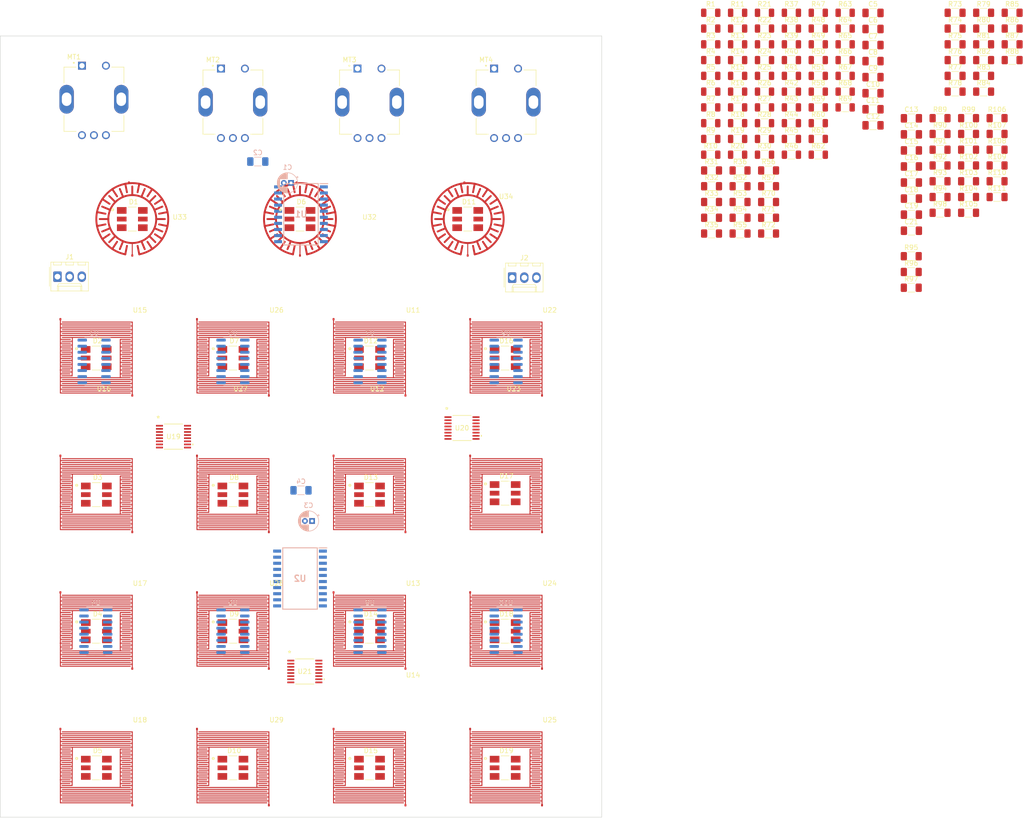
<source format=kicad_pcb>
(kicad_pcb (version 20221018) (generator pcbnew)
  (layers (0 "F.Cu" signal) (31 "B.Cu" signal) (34 "B.Paste" user) (35 "F.Paste" user) (36 "B.SilkS" user "B.Silkscreen") (37 "F.SilkS" user "F.Silkscreen") (38 "B.Mask" user) (39 "F.Mask" user) (44 "Edge.Cuts" user))
  (net 0 "")
  (net 1 "+5V")
  (net 2 "GND")
  (net 3 "VCC")
  (net 4 "EB1")
  (net 5 "/Encoder/ENCB3")
  (net 6 "EA1")
  (net 7 "/Encoder/ENCA3")
  (net 8 "EB2")
  (net 9 "/Encoder/ENCB4")
  (net 10 "EA2")
  (net 11 "/Encoder/ENCA4")
  (net 12 "Net-(U3-DARIN2)")
  (net 13 "Net-(U3-DRAIN1)")
  (net 14 "Net-(U3-DRAIN0)")
  (net 15 "Net-(D1-Pad4)")
  (net 16 "Net-(D1-Pad5)")
  (net 17 "Net-(D1-Pad6)")
  (net 18 "Net-(U3-DARIN5)")
  (net 19 "Net-(U3-DRAIN4)")
  (net 20 "Net-(U3-DRAIN3)")
  (net 21 "Net-(D2-Pad4)")
  (net 22 "Net-(D2-Pad5)")
  (net 23 "Net-(D2-Pad6)")
  (net 24 "Net-(U4-DRAIN0)")
  (net 25 "Net-(U3-DRAIN7)")
  (net 26 "Net-(U3-DRAIN6)")
  (net 27 "Net-(D3-Pad4)")
  (net 28 "Net-(D3-Pad5)")
  (net 29 "Net-(D3-Pad6)")
  (net 30 "Net-(U4-DRAIN3)")
  (net 31 "Net-(U4-DARIN2)")
  (net 32 "Net-(U4-DRAIN1)")
  (net 33 "Net-(D4-Pad4)")
  (net 34 "Net-(D4-Pad5)")
  (net 35 "Net-(D4-Pad6)")
  (net 36 "Net-(D5-Pad4)")
  (net 37 "Net-(D5-Pad5)")
  (net 38 "Net-(D5-Pad6)")
  (net 39 "Net-(U4-DRAIN6)")
  (net 40 "Net-(U4-DARIN5)")
  (net 41 "Net-(D6-Pad4)")
  (net 42 "Net-(D6-Pad5)")
  (net 43 "Net-(D6-Pad6)")
  (net 44 "Net-(U4-DRAIN4)")
  (net 45 "Net-(U5-DARIN2)")
  (net 46 "Net-(U5-DRAIN1)")
  (net 47 "Net-(D7-Pad4)")
  (net 48 "Net-(D7-Pad5)")
  (net 49 "Net-(D7-Pad6)")
  (net 50 "Net-(U5-DRAIN0)")
  (net 51 "Net-(U5-DARIN5)")
  (net 52 "Net-(D8-Pad4)")
  (net 53 "Net-(D8-Pad5)")
  (net 54 "Net-(D8-Pad6)")
  (net 55 "Net-(U5-DRAIN4)")
  (net 56 "Net-(U5-DRAIN3)")
  (net 57 "Net-(U6-DRAIN0)")
  (net 58 "Net-(D9-Pad4)")
  (net 59 "Net-(D9-Pad5)")
  (net 60 "Net-(D9-Pad6)")
  (net 61 "Net-(U5-DRAIN7)")
  (net 62 "Net-(U5-DRAIN6)")
  (net 63 "Net-(U6-DRAIN3)")
  (net 64 "Net-(D10-Pad4)")
  (net 65 "Net-(D10-Pad5)")
  (net 66 "Net-(D10-Pad6)")
  (net 67 "Net-(U6-DARIN2)")
  (net 68 "Net-(U6-DRAIN1)")
  (net 69 "Net-(U6-DRAIN6)")
  (net 70 "Net-(D11-Pad4)")
  (net 71 "Net-(D11-Pad5)")
  (net 72 "Net-(D11-Pad6)")
  (net 73 "Net-(U6-DARIN5)")
  (net 74 "Net-(U6-DRAIN4)")
  (net 75 "Net-(U7-DARIN2)")
  (net 76 "Net-(D12-Pad4)")
  (net 77 "Net-(D12-Pad5)")
  (net 78 "Net-(D12-Pad6)")
  (net 79 "Net-(U7-DRAIN1)")
  (net 80 "Net-(U7-DRAIN0)")
  (net 81 "Net-(U7-DARIN5)")
  (net 82 "Net-(D13-Pad4)")
  (net 83 "Net-(D13-Pad5)")
  (net 84 "Net-(D13-Pad6)")
  (net 85 "Net-(U7-DRAIN4)")
  (net 86 "Net-(U7-DRAIN3)")
  (net 87 "Net-(U8-DRAIN0)")
  (net 88 "Net-(D14-Pad4)")
  (net 89 "Net-(D14-Pad5)")
  (net 90 "Net-(D14-Pad6)")
  (net 91 "Net-(U7-DRAIN7)")
  (net 92 "Net-(U7-DRAIN6)")
  (net 93 "Net-(U8-DRAIN3)")
  (net 94 "Net-(D15-Pad4)")
  (net 95 "Net-(D15-Pad5)")
  (net 96 "Net-(D15-Pad6)")
  (net 97 "Net-(U8-DARIN2)")
  (net 98 "Net-(U8-DRAIN1)")
  (net 99 "Net-(U8-DRAIN6)")
  (net 100 "Net-(D16-Pad4)")
  (net 101 "Net-(D16-Pad5)")
  (net 102 "Net-(D16-Pad6)")
  (net 103 "UPDI1")
  (net 104 "UPDI2")
  (net 105 "Net-(U8-DARIN5)")
  (net 106 "SDA")
  (net 107 "SCL")
  (net 108 "Net-(U8-DRAIN4)")
  (net 109 "Net-(U9-DARIN2)")
  (net 110 "Net-(U9-DRAIN1)")
  (net 111 "Net-(U9-DRAIN0)")
  (net 112 "Net-(D17-Pad4)")
  (net 113 "Net-(D17-Pad5)")
  (net 114 "Net-(U9-DARIN5)")
  (net 115 "Net-(D17-Pad6)")
  (net 116 "Net-(U9-DRAIN4)")
  (net 117 "Net-(U9-DRAIN3)")
  (net 118 "Net-(U10-DRAIN0)")
  (net 119 "Net-(D18-Pad4)")
  (net 120 "Net-(D18-Pad5)")
  (net 121 "Net-(D18-Pad6)")
  (net 122 "Net-(U9-DRAIN7)")
  (net 123 "Net-(U9-DRAIN6)")
  (net 124 "Net-(U10-DRAIN3)")
  (net 125 "Net-(U10-DARIN2)")
  (net 126 "Net-(U10-DRAIN1)")
  (net 127 "Net-(D19-Pad5)")
  (net 130 "ES1")
  (net 131 "/Encoder/ENSC_SW3")
  (net 132 "ES2")
  (net 133 "/Encoder/ENSC_SW4")
  (net 134 "BR1")
  (net 135 "BR2")
  (net 136 "BR3")
  (net 137 "Net-(MT1-PadA)")
  (net 138 "Net-(MT1-PadB)")
  (net 139 "/LED/LED_UPDATE")
  (net 140 "/LED/LED_DATA")
  (net 141 "Net-(MT2-PadA)")
  (net 142 "/LED/LED_CLK")
  (net 143 "/Button round/BUT_CTL")
  (net 144 "/Button round/BUTAB1")
  (net 145 "/Button round/BUTAB2")
  (net 146 "/Button round/BUTAB3")
  (net 147 "/Button round/BUTAB4")
  (net 148 "/Button round/BUTCD1")
  (net 149 "/Button round/BUTCD2")
  (net 150 "/Button round/BUTCD3")
  (net 151 "/Button round/BUTCD4")
  (net 152 "Net-(D19-Pad4)")
  (net 153 "Net-(MT2-PadB)")
  (net 154 "Net-(D19-Pad6)")
  (net 155 "Net-(MT3-PadA)")
  (net 156 "Net-(MT3-PadB)")
  (net 157 "Net-(MT4-PadA)")
  (net 158 "Net-(MT4-PadB)")
  (net 159 "Net-(U3-SEROUT)")
  (net 160 "LED_DATAAB")
  (net 161 "Net-(U4-SERIN)")
  (net 162 "Net-(U4-SEROUT)")
  (net 163 "Net-(U3-~{CLR})")
  (net 164 "Net-(U4-~{CLR})")
  (net 165 "Net-(U5-SEROUT)")
  (net 166 "Net-(U6-SERIN)")
  (net 167 "LED_DATABC")
  (net 168 "Net-(U6-SEROUT)")
  (net 169 "Net-(U5-~{CLR})")
  (net 170 "Net-(U6-~{CLR})")
  (net 171 "Net-(U7-SEROUT)")
  (net 172 "Net-(U8-SERIN)")
  (net 173 "Net-(U8-SEROUT)")
  (net 174 "Net-(U8-~{CLR})")
  (net 175 "Net-(U7-~{CLR})")
  (net 176 "Net-(U9-SEROUT)")
  (net 177 "Net-(U10-SERIN)")
  (net 178 "Net-(U9-~{CLR})")
  (net 179 "Net-(U10-~{CLR})")
  (net 180 "BUTA1")
  (net 181 "BUTA2")
  (net 182 "BUTA3")
  (net 183 "BUTA4")
  (net 184 "BUTB1")
  (net 185 "BUTB2")
  (net 186 "BUTB3")
  (net 187 "BUTB4")
  (net 188 "LED_DATACD")
  (net 189 "BUTC1")
  (net 190 "BUTC2")
  (net 191 "BUTC3")
  (net 192 "BUTC4")
  (net 193 "BUTD1")
  (net 194 "BUTD2")
  (net 195 "BUTD3")
  (net 196 "BUTD4")
  (footprint "3dAudioFoot:But_Velo_Rec_1" (layer "F.Cu") (at 137.8 177.7)
    (fp_text reference "U25")
    (fp_text value "touch_but_square")
  )
  (footprint "3dAudioFoot:LED_QBLP679E-RGB" (layer "F.Cu") (at 80.8 149.2)
    (fp_text reference "D9")
    (fp_text value "RGB_led")
  )
  (footprint "Resistor_SMD:R_1206_3216Metric" (layer "F.Cu") (at 180.5 23.45)
    (fp_text reference "R2")
    (fp_text value "R")
  )
  (footprint "Resistor_SMD:R_1206_3216Metric" (layer "F.Cu") (at 191.72 49.77)
    (fp_text reference "R30")
    (fp_text value "R")
  )
  (footprint "Resistor_SMD:R_1206_3216Metric" (layer "F.Cu") (at 180.5 26.74)
    (fp_text reference "R3")
    (fp_text value "R")
  )
  (footprint "Resistor_SMD:R_1206_3216Metric_Pad1.30x1.75mm_HandSolder" (layer "F.Cu") (at 192.57 56.35)
    (fp_text reference "R57")
    (fp_text value "4K7")
  )
  (footprint "Resistor_SMD:R_1206_3216Metric_Pad1.30x1.75mm_HandSolder" (layer "F.Cu") (at 234.3 55.31)
    (fp_text reference "R103")
    (fp_text value "10k")
  )
  (footprint "Resistor_SMD:R_1206_3216Metric_Pad1.30x1.75mm_HandSolder" (layer "F.Cu") (at 243.39 30.03)
    (fp_text reference "R88")
    (fp_text value "R")
  )
  (footprint "Resistor_SMD:R_1206_3216Metric_Pad1.30x1.75mm_HandSolder" (layer "F.Cu") (at 192.57 62.93)
    (fp_text reference "R71")
    (fp_text value "4K7")
  )
  (footprint "3dAudioFoot:LED_QBLP679E-RGB" (layer "F.Cu") (at 80.8 177.7)
    (fp_text reference "D10")
    (fp_text value "RGB_led")
  )
  (footprint "Resistor_SMD:R_1206_3216Metric_Pad1.30x1.75mm_HandSolder" (layer "F.Cu") (at 231.49 36.61)
    (fp_text reference "R78")
    (fp_text value "R")
  )
  (footprint "Capacitor_SMD:C_1206_3216Metric_Pad1.33x1.80mm_HandSolder" (layer "F.Cu") (at 214.36 30.24)
    (fp_text reference "C8")
    (fp_text value "100nF")
  )
  (footprint "Resistor_SMD:R_1206_3216Metric_Pad1.30x1.75mm_HandSolder" (layer "F.Cu") (at 231.49 23.45)
    (fp_text reference "R74")
    (fp_text value "R")
  )
  (footprint "Resistor_SMD:R_1206_3216Metric_Pad1.30x1.75mm_HandSolder" (layer "F.Cu") (at 234.3 48.73)
    (fp_text reference "R101")
    (fp_text value "10k")
  )
  (footprint "Resistor_SMD:R_1206_3216Metric" (layer "F.Cu") (at 191.72 23.45)
    (fp_text reference "R22")
    (fp_text value "R")
  )
  (footprint "Resistor_SMD:R_1206_3216Metric" (layer "F.Cu") (at 197.33 43.19)
    (fp_text reference "R44")
    (fp_text value "R")
  )
  (footprint "Resistor_SMD:R_1206_3216Metric_Pad1.30x1.75mm_HandSolder" (layer "F.Cu") (at 228.35 48.73)
    (fp_text reference "R91")
    (fp_text value "10k")
  )
  (footprint "Resistor_SMD:R_1206_3216Metric_Pad1.30x1.75mm_HandSolder" (layer "F.Cu") (at 237.44 26.74)
    (fp_text reference "R81")
    (fp_text value "R")
  )
  (footprint "Resistor_SMD:R_1206_3216Metric_Pad1.30x1.75mm_HandSolder" (layer "F.Cu") (at 192.57 53.06)
    (fp_text reference "R56")
    (fp_text value "4K7")
  )
  (footprint "Resistor_SMD:R_1206_3216Metric_Pad1.30x1.75mm_HandSolder" (layer "F.Cu") (at 231.49 30.03)
    (fp_text reference "R76")
    (fp_text value "R")
  )
  (footprint "Resistor_SMD:R_1206_3216Metric" (layer "F.Cu") (at 191.72 43.19)
    (fp_text reference "R28")
    (fp_text value "R")
  )
  (footprint "3dAudioFoot:LED_QBLP679E-RGB" (layer "F.Cu") (at 80.8 92.2)
    (fp_text reference "D7")
    (fp_text value "RGB_led")
  )
  (footprint "Capacitor_SMD:C_1206_3216Metric_Pad1.33x1.80mm_HandSolder" (layer "F.Cu") (at 214.36 40.29)
    (fp_text reference "C11")
    (fp_text value "100nF")
  )
  (footprint "Resistor_SMD:R_1206_3216Metric" (layer "F.Cu") (at 180.5 36.61)
    (fp_text reference "R6")
    (fp_text value "R")
  )
  (footprint "Resistor_SMD:R_1206_3216Metric_Pad1.30x1.75mm_HandSolder" (layer "F.Cu") (at 222.34 74.24)
    (fp_text reference "R96")
    (fp_text value "R")
  )
  (footprint "Resistor_SMD:R_1206_3216Metric" (layer "F.Cu") (at 186.11 36.61)
    (fp_text reference "R16")
    (fp_text value "R")
  )
  (footprint "Resistor_SMD:R_1206_3216Metric" (layer "F.Cu") (at 186.11 30.03)
    (fp_text reference "R14")
    (fp_text value "R")
  )
  (footprint "Capacitor_SMD:C_1206_3216Metric_Pad1.33x1.80mm_HandSolder" (layer "F.Cu") (at 222.37 62.28)
    (fp_text reference "C19")
    (fp_text value "10nF")
  )
  (footprint "Resistor_SMD:R_1206_3216Metric_Pad1.30x1.75mm_HandSolder" (layer "F.Cu") (at 228.35 52.02)
    (fp_text reference "R92")
    (fp_text value "10k")
  )
  (footprint "Resistor_SMD:R_1206_3216Metric" (layer "F.Cu") (at 197.33 46.48)
    (fp_text reference "R45")
    (fp_text value "R")
  )
  (footprint "3dAudioFoot:LED_QBLP679E-RGB" (layer "F.Cu") (at 80.8 120.7)
    (fp_text reference "D8")
    (fp_text value "RGB_led")
  )
  (footprint "3dAudioFoot:XDCR_PEC11R-4215F-S0024" (layer "F.Cu") (at 137.8 38.8)
    (fp_text reference "MT4")
    (fp_text value "PEC11R-4215F-S0024")
  )
  (footprint "Resistor_SMD:R_1206_3216Metric_Pad1.30x1.75mm_HandSolder" (layer "F.Cu") (at 234.3 52.02)
    (fp_text reference "R102")
    (fp_text value "10k")
  )
  (footprint "Resistor_SMD:R_1206_3216Metric_Pad1.30x1.75mm_HandSolder" (layer "F.Cu") (at 237.44 36.61)
    (fp_text reference "R84")
    (fp_text value "R")
  )
  (footprint "Resistor_SMD:R_1206_3216Metric" (layer "F.Cu") (at 197.33 49.77)
    (fp_text reference "R46")
    (fp_text value "R")
  )
  (footprint "3dAudioFoot:But_Velo_Rec_1" (layer "F.Cu") (at 109.3 92.2)
    (fp_text reference "U11")
    (fp_text value "touch_but_square")
  )
  (footprint "Resistor_SMD:R_1206_3216Metric" (layer "F.Cu") (at 186.11 49.77)
    (fp_text reference "R20")
    (fp_text value "R")
  )
  (footprint "Resistor_SMD:R_1206_3216Metric" (layer "F.Cu") (at 202.94 36.61)
    (fp_text reference "R58")
    (fp_text value "R")
  )
  (footprint "3dAudioFoot:But_Velo_Rec_1" (layer "F.Cu") (at 109.3 177.7)
    (fp_text reference locked "U14")
    (fp_text value "touch_but_square")
  )
  (footprint "Resistor_SMD:R_1206_3216Metric_Pad1.30x1.75mm_HandSolder" (layer "F.Cu") (at 240.25 48.73)
    (fp_text reference "R108")
    (fp_text value "10k")
  )
  (footprint "3dAudioFoot:LED_QBLP679E-RGB" (layer "F.Cu") (at 52.3 120.7)
    (fp_text reference "D3")
    (fp_text value "RGB_led")
  )
  (footprint "3dAudioFoot:LED_QBLP679E-RGB" (layer "F.Cu") (at 52.3 177.7)
    (fp_text reference "D5")
    (fp_text value "RGB_led")
  )
  (footprint "Resistor_SMD:R_1206_3216Metric" (layer "F.Cu") (at 208.55 26.74)
    (fp_text reference "R65")
    (fp_text value "R")
  )
  (footprint "Resistor_SMD:R_1206_3216Metric" (layer "F.Cu") (at 191.72 33.32)
    (fp_text reference "R25")
    (fp_text value "R")
  )
  (footprint "Resistor_SMD:R_1206_3216Metric_Pad1.30x1.75mm_HandSolder" (layer "F.Cu") (at 180.67 62.93)
    (fp_text reference "R34")
    (fp_text value "4K7")
  )
  (footprint "3dAudioFoot:LED_QBLP679E-RGB" (layer "F.Cu") (at 109.3 92.2)
    (fp_text reference "D12")
    (fp_text value "RGB_led")
  )
  (footprint "Resistor_SMD:R_1206_3216Metric" (layer "F.Cu") (at 191.72 46.48)
    (fp_text reference "R29")
    (fp_text value "R")
  )
  (footprint "Resistor_SMD:R_1206_3216Metric" (layer "F.Cu") (at 180.5 43.19)
    (fp_text reference "R8")
    (fp_text value "R")
  )
  (footprint "3dAudioFoot:74vhc4053aft" (layer "F.Cu") (at 128.6 106.8)
    (fp_text reference "U20")
    (fp_text value "74VHC4053AFT")
  )
  (footprint "3dAudioFoot:LED_QBLP679E-RGB" (layer "F.Cu") (at 137.6 177.7)
    (fp_text reference "D19")
    (fp_text value "RGB_led")
  )
  (footprint "Resistor_SMD:R_1206_3216Metric" (layer "F.Cu") (at 208.55 33.32)
    (fp_text reference "R67")
    (fp_text value "R")
  )
  (footprint "3dAudioFoot:XDCR_PEC11R-4215F-S0024" (layer "F.Cu") (at 80.8 38.8)
    (fp_text reference "MT2")
    (fp_text value "PEC11R-4215F-S0024")
  )
  (footprint "3dAudioFoot:But_Velo_Rec_1" (layer "F.Cu") (at 137.8 92.2)
    (fp_text reference "U22")
    (fp_text value "touch_but_square")
  )
  (footprint "Resistor_SMD:R_1206_3216Metric" (layer "F.Cu") (at 202.94 39.9)
    (fp_text reference "R59")
    (fp_text value "R")
  )
  (footprint "Resistor_SMD:R_1206_3216Metric" (layer "F.Cu") (at 180.5 49.77)
    (fp_text reference "R10")
    (fp_text value "R")
  )
  (footprint "Capacitor_SMD:C_1206_3216Metric_Pad1.33x1.80mm_HandSolder" (layer "F.Cu") (at 214.36 20.19)
    (fp_text reference "C5")
    (fp_text value "100nF")
  )
  (footprint "Resistor_SMD:R_1206_3216Metric" (layer "F.Cu") (at 197.33 20.16)
    (fp_text reference "R37")
    (fp_text value "R")
  )
  (footprint "Resistor_SMD:R_1206_3216Metric_Pad1.30x1.75mm_HandSolder" (layer "F.Cu") (at 180.67 53.06)
    (fp_text reference "R31")
    (fp_text value "0R")
  )
  (footprint "3dAudioFoot:But_Velo_Rec_1" (layer "F.Cu") (at 137.8 120.7)
    (fp_text reference "U23")
    (fp_text value "touch_but_square")
  )
  (footprint "3dAudioFoot:LED_QBLP679E-RGB" (layer "F.Cu") (at 59.8 63.200002)
    (fp_text reference "D1")
    (fp_text value "RGB_led")
  )
  (footprint "3dAudioFoot:But_Velo_Rec_1" (layer "F.Cu") (at 109.3 120.7)
    (fp_text reference "U12")
    (fp_text value "touch_but_square")
  )
  (footprint "Resistor_SMD:R_1206_3216Metric" (layer "F.Cu") (at 180.5 33.32)
    (fp_text reference "R5")
    (fp_text value "R")
  )
  (footprint "Resistor_SMD:R_1206_3216Metric_Pad1.30x1.75mm_HandSolder" (layer "F.Cu") (at 192.57 66.22)
    (fp_text reference "R72")
    (fp_text value "4K7")
  )
  (footprint "Resistor_SMD:R_1206_3216Metric_Pad1.30x1.75mm_HandSolder" (layer "F.Cu") (at 240.25 58.6)
    (fp_text reference "R111")
    (fp_text value "10k")
  )
  (footprint "Resistor_SMD:R_1206_3216Metric" (layer "F.Cu") (at 202.94 46.48)
    (fp_text reference "R61")
    (fp_text value "R")
  )
  (footprint "Resistor_SMD:R_1206_3216Metric" (layer "F.Cu") (at 186.11 33.32)
    (fp_text reference "R15")
    (fp_text value "R")
  )
  (footprint "Resistor_SMD:R_1206_3216Metric_Pad1.30x1.75mm_HandSolder" (layer "F.Cu") (at 243.39 26.74)
    (fp_text reference "R87")
    (fp_text value "R")
  )
  (footprint "Resistor_SMD:R_1206_3216Metric_Pad1.30x1.75mm_HandSolder" (layer "F.Cu") (at 180.67 66.22)
    (fp_text reference "R35")
    (fp_text value "0R")
  )
  (footprint "Resistor_SMD:R_1206_3216Metric" (layer "F.Cu") (at 180.5 46.48)
    (fp_text reference "R9")
    (fp_text value "R")
  )
  (footprint "Resistor_SMD:R_1206_3216Metric_Pad1.30x1.75mm_HandSolder" (layer "F.Cu") (at 237.44 20.16)
    (fp_text reference "R79")
    (fp_text value "R")
  )
  (footprint "Resistor_SMD:R_1206_3216Metric" (layer "F.Cu") (at 202.94 23.45)
    (fp_text reference "R48")
    (fp_text value "R")
  )
  (footprint "3dAudioFoot:But_Velo_Rec_1" (layer "F.Cu") (at 137.8 149.2)
    (fp_text reference "U24")
    (fp_text value "touch_but_square")
  )
  (footprint "3dAudioFoot:LED_QBLP679E-RGB" (layer "F.Cu") (at 137.6 149.2)
    (fp_text reference "D18")
    (fp_text value "RGB_led")
  )
  (footprint "3dAudioFoot:LED_QBLP679E-RGB" (layer "F.Cu") (at 137.6 120.4)
    (fp_text reference "D17")
    (fp_text value "RGB_led")
  )
  (footprint "Resistor_SMD:R_1206_3216Metric" (layer "F.Cu") (at 202.94 30.03)
    (fp_text reference "R50")
    (fp_text value "R")
  )
  (footprint "Resistor_SMD:R_1206_3216Metric_Pad1.30x1.75mm_HandSolder" (layer "F.Cu") (at 186.62 53.06)
    (fp_text reference "R36")
    (fp_text value "0R")
  )
  (footprint "Resistor_SMD:R_1206_3216Metric" (layer "F.Cu") (at 191.72 30.03)
    (fp_text reference "R24")
    (fp_text value "R")
  )
  (footprint "3dAudioFoot:But_Velo_Rec_1" (layer "F.Cu") (at 80.8 92.2)
    (fp_text reference "U26")
    (fp_text value "touch_but_square")
  )
  (footprint "Resistor_SMD:R_1206_3216Metric" (layer "F.Cu") (at 202.94 33.32)
    (fp_text reference "R51")
    (fp_text value "R")
  )
  (footprint "Resistor_SMD:R_1206_3216Metric" (layer "F.Cu") (at 202.94 20.16)
    (fp_text reference "R47")
    (fp_text value "R")
  )
  (footprint "Capacitor_SMD:C_1206_3216Metric_Pad1.33x1.80mm_HandSolder" (layer "F.Cu") (at 222.37 42.18)
    (fp_text reference "C13")
    (fp_text value "10nF")
  )
  (footprint "Resistor_SMD:R_1206_3216Metric" (layer "F.Cu") (at 186.11 43.19)
    (fp_text reference "R18")
    (fp_text value "R")
  )
  (footprint "Resistor_SMD:R_1206_3216Metric" (layer "F.Cu") (at 208.55 30.03)
    (fp_text reference "R66")
    (fp_text value "R")
  )
  (footprint "Resistor_SMD:R_1206_3216Metric" (layer "F.Cu") (at 197.33 36.61)
    (fp_text reference "R42")
    (fp_text value "R")
  )
  (footprint "Resistor_SMD:R_1206_3216Metric" (layer "F.Cu") (at 186.11 26.74)
    (fp_text reference "R13")
    (fp_text value "R")
  )
  (footprint "3dAudioFoot:LED_QBLP679E-RGB" (layer "F.Cu") (at 52.3 149.2)
    (fp_text reference "D4")
    (fp_text value "RGB_led")
  )
  (footprint "Resistor_SMD:R_1206_3216Metric_Pad1.30x1.75mm_HandSolder" (layer "F.Cu") (at 240.25 42.15)
    (fp_text reference "R106")
    (fp_text value "10k")
  )
  (footprint "3dAudioFoot:74vhc4053aft" (layer "F.Cu") (at 68.4 108.6)
    (fp_text reference "U19")
    (fp_text value "74VHC4053AFT")
  )
  (footprint "Resistor_SMD:R_1206_3216Metric_Pad1.30x1.75mm_HandSolder" (layer "F.Cu") (at 186.62 62.93)
    (fp_text reference "R54")
    (fp_text value "0R")
  )
  (footprint "Resistor_SMD:R_1206_3216Metric_Pad1.30x1.75mm_HandSolder" (layer "F.Cu") (at 234.3 45.44)
    (fp_text reference "R100")
    (fp_text value "10k")
  )
  (footprint "Resistor_SMD:R_1206_3216Metric_Pad1.30x1.75mm_HandSolder" (layer "F.Cu") (at 234.3 58.6)
    (fp_text reference "R104")
    (fp_text value "10k")
  )
  (footprint "3dAudioFoot:74vhc4053aft" (layer "F.Cu") (at 95.8 157.6)
    (fp_text reference "U21")
    (fp_text value "74VHC4053AFT")
  )
  (footprint "Capacitor_SMD:C_1206_3216Metric_Pad1.33x1.80mm_HandSolder" (layer "F.Cu") (at 222.37 45.53)
    (fp_text reference "C14")
    (fp_text value "10nF")
  )
  (footprint "3dAudioFoot:LED_QBLP679E-RGB" (layer "F.Cu") (at 129.79 63.2)
    (fp_text reference "D11")
    (fp_text value "RGB_led")
  )
  (footprint "Resistor_SMD:R_1206_3216Metric_Pad1.30x1.75mm_HandSolder" (layer "F.Cu") (at 192.57 59.64)
    (fp_text reference "R70")
    (fp_text value "0R")
  )
  (footprint "Resistor_SMD:R_1206_3216Metric" (layer "F.Cu") (at 208.55 39.9)
    (fp_text reference "R69")
    (fp_text value "R")
  )
  (footprint "Resistor_SMD:R_1206_3216Metric_Pad1.30x1.75mm_HandSolder" (layer "F.Cu") (at 228.35 55.31)
    (fp_text reference "R93")
    (fp_text value "10k")
  )
  (footprint "Resistor_SMD:R_1206_3216Metric_Pad1.30x1.75mm_HandSolder" (layer "F.Cu") (at 186.62 66.22)
    (fp_text reference "R55")
    (fp_text value "0R")
  )
  (footprint "3dAudioFoot:But_Velo_Rec_1" (layer "F.Cu") (at 109.3 149.2)
    (fp_text reference "U13")
    (fp_text value "touch_but_square")
  )
  (footprint "Capacitor_SMD:C_1206_3216Metric_Pad1.33x1.80mm_HandSolder" (layer "F.Cu") (at 214.36 23.54)
    (fp_text reference "C6")
    (fp_text value "100nF")
  )
  (footprint "Resistor_SMD:R_1206_3216Metric" (layer "F.Cu") (at 208.55 23.45)
    (fp_text reference "R64")
    (fp_text value "R")
  )
  (footprint "Resistor_SMD:R_1206_3216Metric" (layer "F.Cu") (at 180.5 39.9)
    (fp_text reference "R7")
    (fp_text value "R")
  )
  (footprint "Capacitor_SMD:C_1206_3216Metric_Pad1.33x1.80mm_HandSolder" (layer "F.Cu") (at 214.36 33.59)
    (fp_text reference "C9")
    (fp_text value "100nF")
  )
  (footprint "Resistor_SMD:R_1206_3216Metric_Pad1.30x1.75mm_HandSolder" (layer "F.Cu") (at 243.39 23.45)
    (fp_text reference "R86")
    (fp_text value "R")
  )
  (footprint "Capacitor_SMD:C_1206_3216Metric_Pad1.33x1.80mm_HandSolder" (layer "F.Cu") (at 222.37 52.23)
    (fp_text reference "C16")
    (fp_text value "10nF")
  )
  (footprint "Capacitor_SMD:C_1206_3216Metric_Pad1.33x1.80mm_HandSolder" (layer "F.Cu") (at 222.37 58.93)
    (fp_text reference "C18")
    (fp_text value "10nF")
  )
  (footprint "Resistor_SMD:R_1206_3216Metric" (layer "F.Cu") (at 191.72 39.9)
    (fp_text reference "R27")
    (fp_text value "R")
  )
  (footprint "3dAudioFoot:But_Velo_Rec_1" (layer "F.Cu") (at 80.8 177.7)
    (fp_text reference "U29")
    (fp_text value "touch_but_square")
  )
  (footprint "Resistor_SMD:R_1206_3216Metric_Pad1.30x1.75mm_HandSolder" (layer "F.Cu") (at 228.35 42.15)
    (fp_text reference "R89")
    (fp_text value "10k")
  )
  (footprint "Resistor_SMD:R_1206_3216Metric" (layer "F.Cu") (at 202.94 49.77)
    (fp_text reference "R62")
    (fp_text value "R")
  )
  (footprint "Resistor_SMD:R_1206_3216Metric_Pad1.30x1.75mm_HandSolder" (layer "F.Cu") (at 231.49 20.16)
    (fp_text reference "R73")
    (fp_text value "R")
  )
  (footprint "3dAudioFoot:LED_QBLP679E-RGB" (layer "F.Cu") (at 94.8 63.200004)
    (fp_text reference "D6")
    (fp_text value "RGB_led")
  )
  (footprint "Resistor_SMD:R_1206_3216Metric" (layer "F.Cu") (at 208.55 20.16)
    (fp_text reference "R63")
    (fp_text value "R")
  )
  (footprint "Resistor_SMD:R_1206_3216Metric_Pad1.30x1.75mm_HandSolder" (layer "F.Cu") (at 234.3 42.15)
    (fp_text reference "R99")
    (fp_text value "10k")
  )
  (footprint "Connector_Molex:Molex_KK-254_AE-6410-03A_1x03_P2.54mm_Vertical" (layer "F.Cu") (at 44.19 75.22)
    (fp_text reference "J1")
    (fp_text value "Conn_01x03_Male")
  )
  (footprint "3dAudioFoot:LED_QBLP679E-RGB" (layer "F.Cu") (at 109.3 149.2)
    (fp_text reference "D14")
    (fp_text value "RGB_led")
  )
  (footprint "Resistor_SMD:R_1206_3216Metric_Pad1.30x1.75mm_HandSolder" (layer "F.Cu") (at 180.67 59.64)
    (fp_text reference "R33")
    (fp_text value "4K7")
  )
  (footprint "Resistor_SMD:R_1206_3216Metric_Pad1.30x1.75mm_HandSolder" (layer "F.Cu") (at 231.49 33.32)
    (fp_text reference "R77")
    (fp_text value "R")
  )
  (footprint "Resistor_SMD:R_1206_3216Metric" (layer "F.Cu") (at 197.33 30.03)
    (fp_text reference "R40")
    (fp_text value "R")
  )
  (footprint "Resistor_SMD:R_1206_3216Metric_Pad1.30x1.75mm_HandSolder" (layer "F.Cu") (at 240.25 55.31)
    (fp_text reference "R110")
    (fp_text value "10k")
  )
  (footprint "3dAudioFoot:LED_QBLP679E-RGB" (layer "F.Cu") (at 109.3 120.7)
    (fp_text reference "D13")
    (fp_text value "RGB_led")
  )
  (footprint "Resistor_SMD:R_1206_3216Metric" (layer "F.Cu") (at 186.11 46.48)
    (fp_text reference "R19")
    (fp_text value "R")
  )
  (footprint "Resistor_SMD:R_1206_3216Metric" (layer "F.Cu") (at 191.72 20.16)
    (fp_text reference "R21")
    (fp_text value "R")
  )
  (footprint "Resistor_SMD:R_1206_3216Metric" (layer "F.Cu") (at 202.94 26.74)
    (fp_text reference "R49")
    (fp_text value "R")
  )
  (footprint "Resistor_SMD:R_1206_3216Metric" (layer "F.Cu") (at 186.11 23.45)
    (fp_text reference "R12")
    (fp_text value "R")
  )
  (footprint "Resistor_SMD:R_1206_3216Metric" (layer "F.Cu") (at 202.94 43.19)
    (fp_text reference "R60")
    (fp_text value "R")
  )
  (footprint "3dAudioFoot:But_Velo_Rec_1" (layer "F.Cu") (at 52.3 120.7)
    (fp_text reference "U16")
    (fp_text value "touch_but_square")
  )
  (footprint "3dAudioFoot:XDCR_PEC11R-4215F-S0024" (layer "F.Cu") (at 109.3 38.8)
    (fp_text reference "MT3")
    (fp_text value "PEC11R-4215F-S0024")
  )
  (footprint "Resistor_SMD:R_1206_3216Metric" (layer "F.Cu") (at 197.33 39.9)
    (fp_text reference "R43")
    (fp_text value "R")
  )
  (footprint "Resistor_SMD:R_1206_3216Metric" (layer "F.Cu") (at 197.33 33.32)
    (fp_text reference "R41")
    (fp_text value "R")
  )
  (footprint "Capacitor_SMD:C_1206_3216Metric_Pad1.33x1.80mm_HandSolder" (layer "F.Cu") (at 222.37 55.58)
    (fp_text reference "C17")
    (fp_text value "10nF")
  )
  (footprint "Resistor_SMD:R_1206_3216Metric_Pad1.30x1.75mm_HandSolder" (layer "F.Cu") (at 186.62 59.64)
    (fp_text reference "R53")
    (fp_text value "4K7")
  )
  (footprint "Resistor_SMD:R_1206_3216Metric" (layer "F.Cu") (at 208.55 36.61)
    (fp_text reference "R68")
    (fp_text value "R")
  )
  (footprint "Resistor_SMD:R_1206_3216Metric_Pad1.30x1.75mm_HandSolder" (layer "F.Cu") (at 228.35 61.89)
    (fp_text reference "R98")
    (fp_text value "10k")
  )
  (footprint "Resistor_SMD:R_1206_3216Metric_Pad1.30x1.75mm_HandSolder" (layer "F.Cu") (at 240.25 45.44)
    (fp_text reference "R107")
    (fp_text value "10k")
  )
  (footprint "3dAudioFoot:XDCR_PEC11R-4215F-S0024" (layer "F.Cu") (at 51.8 38.2)
    (fp_text reference "MT1")
    (fp_text value "PEC11R-4215F-S0024")
  )
  (footprint "Resistor_SMD:R_1206_3216Metric_Pad1.30x1.75mm_HandSolder" (layer "F.Cu") (at 180.67 56.35)
    (fp_text reference "R32")
    (fp_text value "0R")
  )
  (footprint "Capacitor_SMD:C_1206_3216Metric_Pad1.33x1.80mm_HandSolder" (layer "F.Cu") (at 222.37 65.63)
    (fp_text reference "C21")
    (fp_text value "10nF")
  )
  (footprint "Resistor_SMD:R_1206_3216Metric_Pad1.30x1.75mm_HandSolder" (layer "F.Cu") (at 222.34 70.95)
    (fp_text reference "R95")
    (fp_text value "R")
  )
  (footprint "Resistor_SMD:R_1206_3216Metric" (layer "F.Cu") (at 197.33 26.74)
    (fp_text reference "R39")
    (fp_text value "R")
  )
  (footprint "Resistor_SMD:R_1206_3216Metric_Pad1.30x1.75mm_HandSolder" (layer "F.Cu") (at 243.39 20.16)
    (fp_text reference "R85")
    (fp_text value "R")
  )
  (footprint "Capacitor_SMD:C_1206_3216Metric_Pad1.33x1.80mm_HandSolder" (layer "F.Cu") (at 222.37 48.88)
    (fp_text reference "C15")
    (fp_text value "10nF")
  )
  (footprint "Resistor_SMD:R_1206_3216Metric" (layer "F.Cu") (at 186.11 20.16)
    (fp_text reference "R11")
    (fp_text value "R")
  )
  (footprint "Capacitor_SMD:C_1206_3216Metric_Pad1.33x1.80mm_HandSolder" (layer "F.Cu") (at 214.36 43.64)
    (fp_text reference "C12")
    (fp_text value "100nF")
  )
  (footprint "3dAudioFoot:LED_QBLP679E-RGB" (layer "F.Cu") (at 109.3 177.7)
    (fp_text reference "D15")
    (fp_text value "RGB_led")
  )
  (footprint "3dAudioFoot:But_Velo_Rec_1" (layer "F.Cu") (at 80.8 120.7)
    (fp_text reference "U27")
    (fp_text value "touch_but_square")
  )
  (footprint "Capacitor_SMD:C_1206_3216Metric_Pad1.33x1.80mm_HandSolder" (layer "F.Cu") (at 214.36 36.94)
    (fp_text reference "C10")
    (fp_text value "100nF")
  )
  (footprint "Resistor_SMD:R_1206_3216Metric_Pad1.30x1.75mm_HandSolder" (layer "F.Cu") (at 186.62 56.35)
    (fp_text reference "R52")
    (fp_text value "4K7")
  )
  (footprint "Resistor_SMD:R_1206_3216Metric_Pad1.30x1.75mm_HandSolder" (layer "F.Cu") (at 240.25 52.02)
    (fp_text reference "R109")
    (fp_text value "10k")
  )
  (footprint "3dAudioFoot:But_Velo_Rec_1" (layer "F.Cu") (at 52.3 149.2)
    (fp_text reference "U17")
    (fp_text value "touch_but_square")
  )
  (footprint "Connector_Molex:Molex_KK-254_AE-6410-03A_1x03_P2.54mm_Vertical" (layer "F.Cu") (at 139.06 75.42)
    (fp_text reference "J2")
    (fp_text value "Conn_01x03_Male")
  )
  (footprint "Resistor_SMD:R_1206_3216Metric_Pad1.30x1.75mm_HandSolder" (layer "F.Cu") (at 228.35 58.6)
    (fp_text reference "R94")
    (fp_text value "10k")
  )
  (footprint "Resistor_SMD:R_1206_3216Metric_Pad1.30x1.75mm_HandSolder" (layer "F.Cu") (at 237.44 23.45)
    (fp_text reference "R80")
    (fp_text value "R")
  )
  (footprint "Resistor_SMD:R_1206_3216Metric" (layer "F.Cu") (at 197.33 23.45)
    (fp_text reference "R38")
    (fp_text value "R")
  )
  (footprint "Resistor_SMD:R_1206_3216Metric_Pad1.30x1.75mm_HandSolder" (layer "F.Cu") (at 234.3 61.89)
    (fp_text reference "R105")
    (fp_text value "10k")
  )
  (footprint "Resistor_SMD:R_1206_3216Metric" (layer "F.Cu") (at 180.5 20.16)
    (fp_text reference "R1")
    (fp_text value "R")
  )
  (footprint "3dAudioFoot:LED_QBLP679E-RGB" (layer "F.Cu") (at 52.265577 92.2)
    (fp_text reference "D2")
    (fp_text value "RGB_led")
  )
  (footprint "3dAudioFoot:But_Velo_Rec_1" (layer "F.Cu") (at 52.3 177.7)
    (fp_text reference "U18")
    (fp_text value "touch_but_square")
  )
  (footprint "Resistor_SMD:R_1206_3216Metric" (layer "F.Cu") (at 186.11 39.9)
    (fp_text reference "R17")
    (fp_text value "R")
  )
  (footprint "3dAudioFoot:But_Velo_Rnd_1" (layer "F.Cu") (at 59.8 63.200002)
    (fp_text reference "U33")
    (fp_text value "touch_but_round")
  )
  (footprint "Resistor_SMD:R_1206_3216Metric" (layer "F.Cu") (at 180.5 30.03)
    (fp_text reference "R4")
    (fp_text value "R")
  )
  (footprint "3dAudioFoot:But_Velo_Rec_1" (layer "F.Cu") (at 80.8 149.2)
    (fp_text reference "U28")
    (fp_text value "touch_but_square")
  )
  (footprint "3dAudioFoot:But_Velo_Rnd_1" (layer "F.Cu") (at 129.79 63.200004)
    (fp_text reference "U34")
    (fp_text value "touch_but_round")
  )
  (footprint "3dAudioFoot:LED_QBLP679E-RGB" (layer "F.Cu") (at 137.6 92.2)
    (fp_text reference "D16")
    (fp_text value "RGB_led")
  )
  (footprint "Resistor_SMD:R_1206_3216Metric" (layer "F.Cu") (at 191.72 36.61)
    (fp_text reference "R26")
    (fp_text value "R")
  )
  (footprint "3dAudioFoot:But_Velo_Rec_1" (layer "F.Cu") (at 52.3 92.2)
    (fp_text reference "U15")
    (fp_text value "touch_but_square")
  )
  (footprint "Resistor_SMD:R_1206_3216Metric_Pad1.30x1.75mm_HandSolder" (layer "F.Cu") (at 222.34 77.53)
    (fp_text reference "R97")
    (fp_text value "R")
  )
  (footprint "Resistor_SMD:R_1206_3216Metric_Pad1.30x1.75mm_HandSolder" (layer "F.Cu") (at 237.44 30.03)
    (fp_text reference "R82")
    (fp_text value "R")
  )
  (footprint "Resistor_SMD:R_1206_3216Metric_Pad1.30x1.75mm_HandSolder" (layer "F.Cu") (at 237.44 33.32)
    (fp_text reference "R83")
    (fp_text value "R")
  )
  (footprint "3dAudioFoot:But_Velo_Rnd_1" (layer "F.Cu") (at 94.79 63.200004)
    (fp_text reference "U32")
    (fp_text value "touch_but_round")
  )
  (footprint "Resistor_SMD:R_1206_3216Metric" (layer "F.Cu") (at 191.72 26.74)
    (fp_text reference "R23")
    (fp_text value "R")
  )
  (footprint "Capacitor_SMD:C_1206_3216Metric_Pad1.33x1.80mm_HandSolder" (layer "F.Cu") (at 214.36 26.89)
    (fp_text reference "C7")
    (fp_text value "100nF")
  )
  (footprint "Resistor_SMD:R_1206_3216Metric_Pad1.30x1.75mm_HandSolder" (layer "F.Cu") (at 228.35 45.44)
    (fp_text reference "R90")
    (fp_text value "10k")
  )
  (footprint "Resistor_SMD:R_1206_3216Metric_Pad1.30x1.75mm_HandSolder" (layer "F.Cu") (at 231.49 26.74)
    (fp_text reference "R75")
    (fp_text value "R")
  )
  (footprint "Package_SO:SOIC-16_3.9x9.9mm_P1.27mm" (layer "B.Cu") (at 137.8 149.2 180)
    (fp_text reference "U10")
    (fp_text value "TPIC6C595")
  )
  (footprint "3dAudioFoot:attiny1626" (layer "B.Cu") (at 95 62.2 180)
    (fp_text reference "U1")
    (fp_text value "ATtiny1626" hide)
  )
  (footprint "Capacitor_SMD:C_1206_3216Metric_Pad1.33x1.80mm_HandSolder" (layer "B.Cu") (at 85.99 51.2 180)
    (fp_text reference "C2")
    (fp_text value "100nF")
  )
  (footprint "Capacitor_THT:CP_Radial_D4.0mm_P1.50mm" (layer "B.Cu") (at 97.325199 126.2 180)
    (fp_text reference "C3")
    (fp_text value "10uF")
  )
  (footprint "Package_SO:SOIC-16_3.9x9.9mm_P1.27mm" (layer "B.Cu") (at 109.4 92.9 180)
    (fp_text reference "U7")
    (fp_text value "TPIC6C595")
  )
  (footprint "3dAudioFoot:attiny1626" (layer "B.Cu") (at 94.8 138.2 180)
    (fp_text reference "U2")
    (fp_text value "ATtiny1626" hide)
  )
  (footprint "Package_SO:SOIC-16_3.9x9.9mm_P1.27mm" (layer "B.Cu") (at 80.8 92.9 180)
    (fp_text reference "U5")
    (fp_text value "TPIC6C595")
  )
  (footprint "Package_SO:SOIC-16_3.9x9.9mm_P1.27mm" (layer "B.Cu") (at 52.2 149.2 180)
    (fp_text reference "U4")
    (fp_text value "TPIC6C595")
  )
  (footprint "Package_SO:SOIC-16_3.9x9.9mm_P1.27mm" (layer "B.Cu") (at 80.8 149.2 180)
    (fp_text reference "U6")
    (fp_text value "TPIC6C595")
  )
  (footprint "Capacitor_THT:CP_Radial_D4.0mm_P1.50mm" (layer "B.Cu") (at 92.925199 55.65 180)
    (fp_text reference locked "C1")
    (fp_text value "10uF")
  )
  (footprint "Package_SO:SOIC-16_3.9x9.9mm_P1.27mm" (layer "B.Cu") (at 51.834423 92.9 180)
    (fp_text reference "U3")
    (fp_text value "TPIC6C595")
  )
  (footprint "Capacitor_SMD:C_1206_3216Metric_Pad1.33x1.80mm_HandSolder" (layer "B.Cu") (at 95.0026 119.8 180)
    (fp_text reference "C4")
    (fp_text value "100nF")
  )
  (footprint "Package_SO:SOIC-16_3.9x9.9mm_P1.27mm" (layer "B.Cu") (at 109.4 149.2 180)
    (fp_text reference "U8")
    (fp_text value "TPIC6C595")
  )
  (footprint "Package_SO:SOIC-16_3.9x9.9mm_P1.27mm" (layer "B.Cu") (at 137.8 92.9 180)
    (fp_text reference "U9")
    (fp_text value "TPIC6C595")
  )
  (gr_line locked (start 157.75 25) (end 157.75 188) (stroke (width 0.1)) (layer "Edge.Cuts"))
  (gr_line locked (start 32.25 188) (end 32.25 25) (stroke (width 0.1)) (layer "Edge.Cuts"))
  (gr_line locked (start 32.25 25) (end 157.75 25) (stroke (width 0.1)) (layer "Edge.Cuts"))
  (gr_line locked (start 157.75 188) (end 32.25 188) (stroke (width 0.1)) (layer "Edge.Cuts"))
)
</source>
